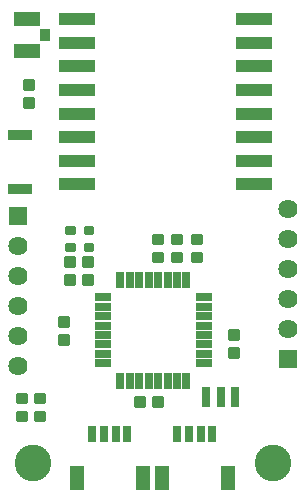
<source format=gbr>
G04 EAGLE Gerber RS-274X export*
G75*
%MOMM*%
%FSLAX34Y34*%
%LPD*%
%INSoldermask Top*%
%IPPOS*%
%AMOC8*
5,1,8,0,0,1.08239X$1,22.5*%
G01*
%ADD10C,3.101600*%
%ADD11C,0.326897*%
%ADD12R,2.301600X1.151600*%
%ADD13R,0.901600X1.101600*%
%ADD14R,0.701600X1.451600*%
%ADD15R,1.301600X2.101600*%
%ADD16R,2.101600X0.971600*%
%ADD17R,0.660400X1.371600*%
%ADD18R,1.371600X0.660400*%
%ADD19C,0.257809*%
%ADD20R,1.625600X1.625600*%
%ADD21C,1.625600*%
%ADD22R,0.801600X1.801600*%
%ADD23R,3.101600X1.101600*%


D10*
X27700Y27700D03*
X230900Y27700D03*
D11*
X20869Y344149D02*
X20869Y350787D01*
X27507Y350787D01*
X27507Y344149D01*
X20869Y344149D01*
X20869Y347255D02*
X27507Y347255D01*
X27507Y350361D02*
X20869Y350361D01*
X20869Y335547D02*
X20869Y328909D01*
X20869Y335547D02*
X27507Y335547D01*
X27507Y328909D01*
X20869Y328909D01*
X20869Y332015D02*
X27507Y332015D01*
X27507Y335121D02*
X20869Y335121D01*
D12*
X21882Y403834D03*
X21882Y376334D03*
D13*
X37132Y390084D03*
D11*
X36535Y85629D02*
X29897Y85629D01*
X36535Y85629D02*
X36535Y78991D01*
X29897Y78991D01*
X29897Y85629D01*
X29897Y82097D02*
X36535Y82097D01*
X36535Y85203D02*
X29897Y85203D01*
X21295Y85629D02*
X14657Y85629D01*
X21295Y85629D02*
X21295Y78991D01*
X14657Y78991D01*
X14657Y85629D01*
X14657Y82097D02*
X21295Y82097D01*
X21295Y85203D02*
X14657Y85203D01*
X29941Y70291D02*
X36579Y70291D01*
X36579Y63653D01*
X29941Y63653D01*
X29941Y70291D01*
X29941Y66759D02*
X36579Y66759D01*
X36579Y69865D02*
X29941Y69865D01*
X21339Y70291D02*
X14701Y70291D01*
X21339Y70291D02*
X21339Y63653D01*
X14701Y63653D01*
X14701Y70291D01*
X14701Y66759D02*
X21339Y66759D01*
X21339Y69865D02*
X14701Y69865D01*
D14*
X149200Y52000D03*
X159200Y52000D03*
X169200Y52000D03*
X179200Y52000D03*
D15*
X192200Y15250D03*
X136200Y15250D03*
D14*
X77340Y52000D03*
X87340Y52000D03*
X97340Y52000D03*
X107340Y52000D03*
D15*
X120340Y15250D03*
X64340Y15250D03*
D16*
X16070Y259532D03*
X16070Y305532D03*
D17*
X101300Y97074D03*
X109300Y97074D03*
X117300Y97074D03*
X125300Y97074D03*
X133300Y97074D03*
X141300Y97074D03*
X149300Y97074D03*
X157300Y97074D03*
D18*
X172226Y112000D03*
X172226Y120000D03*
X172226Y128000D03*
X172226Y136000D03*
X172226Y144000D03*
X172226Y152000D03*
X172226Y160000D03*
X172226Y168000D03*
D17*
X157300Y182926D03*
X149300Y182926D03*
X141300Y182926D03*
X133300Y182926D03*
X125300Y182926D03*
X117300Y182926D03*
X109300Y182926D03*
X101300Y182926D03*
D18*
X86374Y168000D03*
X86374Y160000D03*
X86374Y152000D03*
X86374Y144000D03*
X86374Y136000D03*
X86374Y128000D03*
X86374Y120000D03*
X86374Y112000D03*
D11*
X169435Y198357D02*
X169435Y204995D01*
X169435Y198357D02*
X162797Y198357D01*
X162797Y204995D01*
X169435Y204995D01*
X169435Y201463D02*
X162797Y201463D01*
X162797Y204569D02*
X169435Y204569D01*
X169435Y213597D02*
X169435Y220235D01*
X169435Y213597D02*
X162797Y213597D01*
X162797Y220235D01*
X169435Y220235D01*
X169435Y216703D02*
X162797Y216703D01*
X162797Y219809D02*
X169435Y219809D01*
X130031Y220235D02*
X130031Y213597D01*
X130031Y220235D02*
X136669Y220235D01*
X136669Y213597D01*
X130031Y213597D01*
X130031Y216703D02*
X136669Y216703D01*
X136669Y219809D02*
X130031Y219809D01*
X130031Y204995D02*
X130031Y198357D01*
X130031Y204995D02*
X136669Y204995D01*
X136669Y198357D01*
X130031Y198357D01*
X130031Y201463D02*
X136669Y201463D01*
X136669Y204569D02*
X130031Y204569D01*
X121429Y75675D02*
X114791Y75675D01*
X114791Y82313D01*
X121429Y82313D01*
X121429Y75675D01*
X121429Y78781D02*
X114791Y78781D01*
X114791Y81887D02*
X121429Y81887D01*
X130031Y75675D02*
X136669Y75675D01*
X130031Y75675D02*
X130031Y82313D01*
X136669Y82313D01*
X136669Y75675D01*
X136669Y78781D02*
X130031Y78781D01*
X130031Y81887D02*
X136669Y81887D01*
X146033Y213597D02*
X146033Y220235D01*
X152671Y220235D01*
X152671Y213597D01*
X146033Y213597D01*
X146033Y216703D02*
X152671Y216703D01*
X152671Y219809D02*
X146033Y219809D01*
X146033Y204995D02*
X146033Y198357D01*
X146033Y204995D02*
X152671Y204995D01*
X152671Y198357D01*
X146033Y198357D01*
X146033Y201463D02*
X152671Y201463D01*
X152671Y204569D02*
X146033Y204569D01*
D19*
X77387Y208299D02*
X77387Y213087D01*
X77387Y208299D02*
X70949Y208299D01*
X70949Y213087D01*
X77387Y213087D01*
X77387Y210748D02*
X70949Y210748D01*
X77387Y222269D02*
X77387Y227057D01*
X77387Y222269D02*
X70949Y222269D01*
X70949Y227057D01*
X77387Y227057D01*
X77387Y224718D02*
X70949Y224718D01*
X61639Y213087D02*
X61639Y208299D01*
X55201Y208299D01*
X55201Y213087D01*
X61639Y213087D01*
X61639Y210748D02*
X55201Y210748D01*
X61639Y222269D02*
X61639Y227057D01*
X61639Y222269D02*
X55201Y222269D01*
X55201Y227057D01*
X61639Y227057D01*
X61639Y224718D02*
X55201Y224718D01*
D11*
X70341Y201439D02*
X70341Y194801D01*
X70341Y201439D02*
X76979Y201439D01*
X76979Y194801D01*
X70341Y194801D01*
X70341Y197907D02*
X76979Y197907D01*
X76979Y201013D02*
X70341Y201013D01*
X70341Y186199D02*
X70341Y179561D01*
X70341Y186199D02*
X76979Y186199D01*
X76979Y179561D01*
X70341Y179561D01*
X70341Y182667D02*
X76979Y182667D01*
X76979Y185773D02*
X70341Y185773D01*
X55355Y194547D02*
X55355Y201185D01*
X61993Y201185D01*
X61993Y194547D01*
X55355Y194547D01*
X55355Y197653D02*
X61993Y197653D01*
X61993Y200759D02*
X55355Y200759D01*
X55355Y185945D02*
X55355Y179307D01*
X55355Y185945D02*
X61993Y185945D01*
X61993Y179307D01*
X55355Y179307D01*
X55355Y182413D02*
X61993Y182413D01*
X61993Y185519D02*
X55355Y185519D01*
D20*
X15000Y236474D03*
D21*
X15000Y211074D03*
X15000Y185674D03*
X15000Y160274D03*
X15000Y134874D03*
X15000Y109474D03*
D22*
X198182Y83820D03*
X186182Y83820D03*
X174182Y83820D03*
D11*
X194039Y132571D02*
X194039Y139209D01*
X200677Y139209D01*
X200677Y132571D01*
X194039Y132571D01*
X194039Y135677D02*
X200677Y135677D01*
X200677Y138783D02*
X194039Y138783D01*
X194039Y123969D02*
X194039Y117331D01*
X194039Y123969D02*
X200677Y123969D01*
X200677Y117331D01*
X194039Y117331D01*
X194039Y120437D02*
X200677Y120437D01*
X200677Y123543D02*
X194039Y123543D01*
X56659Y128507D02*
X56659Y135145D01*
X56659Y128507D02*
X50021Y128507D01*
X50021Y135145D01*
X56659Y135145D01*
X56659Y131613D02*
X50021Y131613D01*
X50021Y134719D02*
X56659Y134719D01*
X56659Y143747D02*
X56659Y150385D01*
X56659Y143747D02*
X50021Y143747D01*
X50021Y150385D01*
X56659Y150385D01*
X56659Y146853D02*
X50021Y146853D01*
X50021Y149959D02*
X56659Y149959D01*
D20*
X243600Y115570D03*
D21*
X243600Y140970D03*
X243600Y166370D03*
X243600Y191770D03*
X243600Y217170D03*
X243600Y242570D03*
D23*
X214446Y363502D03*
X64446Y323502D03*
X64446Y403502D03*
X64446Y303502D03*
X64446Y283502D03*
X64446Y263502D03*
X64446Y363502D03*
X64446Y343502D03*
X214446Y383502D03*
X214446Y263502D03*
X214446Y403502D03*
X64446Y383502D03*
X214446Y283502D03*
X214446Y303502D03*
X214446Y343502D03*
X214446Y323502D03*
M02*

</source>
